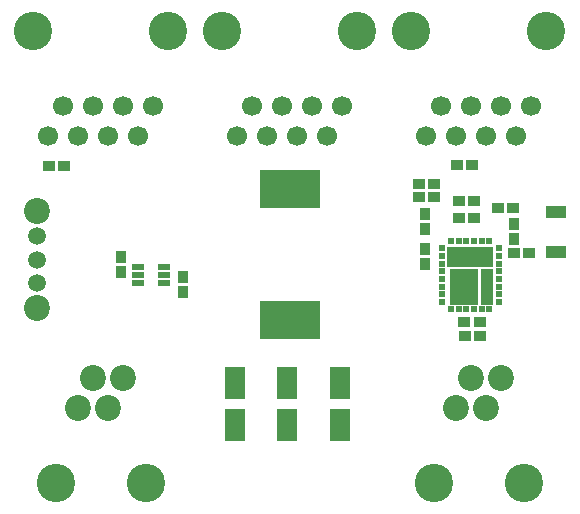
<source format=gbr>
G04 DipTrace 3.0.0.0*
G04 TopMask.gbr*
%MOIN*%
G04 #@! TF.FileFunction,Soldermask,Top*
G04 #@! TF.Part,Single*
%ADD26R,0.023622X0.019685*%
%ADD40C,0.059055*%
%ADD43C,0.127953*%
%ADD47C,0.086614*%
%ADD48C,0.066929*%
%ADD49R,0.043307X0.023622*%
%ADD50R,0.204724X0.129921*%
%ADD51R,0.070866X0.03937*%
%ADD52R,0.070866X0.110236*%
%ADD53R,0.035433X0.043307*%
%ADD54R,0.043307X0.035433*%
%ADD55R,0.043307X0.119291*%
%ADD56R,0.094488X0.119291*%
%ADD57R,0.153543X0.070866*%
%ADD58R,0.019685X0.023622*%
%FSLAX26Y26*%
G04*
G70*
G90*
G75*
G01*
G04 TopMask*
%LPD*%
D26*
X1867290Y1465192D3*
Y1439601D3*
Y1414010D3*
Y1388420D3*
Y1362829D3*
Y1337239D3*
Y1311648D3*
Y1286058D3*
D58*
X1897802Y1261451D3*
X1923392D3*
X1948983D3*
X1974573D3*
X2000164D3*
X2025755D3*
D26*
X2056266Y1286058D3*
Y1311648D3*
Y1337239D3*
Y1362829D3*
Y1388420D3*
Y1414010D3*
Y1439601D3*
Y1465192D3*
D58*
X2025755Y1489798D3*
X2000164D3*
X1974573D3*
X1948983D3*
X1923392D3*
X1897802D3*
D57*
X1961778Y1436648D3*
D56*
X1942093Y1335664D3*
D55*
X2016896D3*
D54*
X2108268Y1448608D3*
X2159449D3*
D53*
X1811024Y1464386D3*
Y1413205D3*
D54*
X1942602Y1219366D3*
X1993783D3*
X1942913Y1172110D3*
X1994094D3*
D53*
X2106299Y1547648D3*
Y1496467D3*
D54*
X1842285Y1677944D3*
X1791104D3*
D52*
X1528052Y1017591D3*
Y875858D3*
X1176543Y1017591D3*
Y875858D3*
X1352017Y1017591D3*
Y875858D3*
D51*
X2247618Y1452996D3*
Y1586854D3*
D50*
X1361888Y1662978D3*
Y1225970D3*
D49*
X940550Y1350403D3*
Y1375993D3*
Y1401584D3*
X853936D3*
Y1375993D3*
Y1350403D3*
D54*
X558228Y1740920D3*
X609409D3*
X1923228Y1623801D3*
X1974409D3*
Y1565378D3*
X1923228D3*
X2106087Y1598755D3*
X2054906D3*
X1841438Y1636012D3*
X1790257D3*
D53*
X1811024Y1528379D3*
Y1579560D3*
D54*
X1916841Y1744087D3*
X1968022D3*
D53*
X1003446Y1319129D3*
Y1370310D3*
X799274Y1436312D3*
Y1385131D3*
D48*
X2165105Y1939764D3*
X2115105Y1839764D3*
X2065105Y1939764D3*
X2015105Y1839764D3*
X1965105Y1939764D3*
X1915105Y1839764D3*
X1865105Y1939764D3*
X1815105Y1839764D3*
D43*
X2215105Y2189764D3*
X1765105D3*
D48*
X904630Y1939764D3*
X854630Y1839764D3*
X804630Y1939764D3*
X754630Y1839764D3*
X704630Y1939764D3*
X654630Y1839764D3*
X604630Y1939764D3*
X554630Y1839764D3*
D43*
X954630Y2189764D3*
X504630D3*
D48*
X1535241Y1939764D3*
X1485241Y1839764D3*
X1435241Y1939764D3*
X1385241Y1839764D3*
X1335241Y1939764D3*
X1285241Y1839764D3*
X1235241Y1939764D3*
X1185241Y1839764D3*
D43*
X1585241Y2189764D3*
X1135241D3*
D40*
X517999Y1348715D3*
Y1427455D3*
Y1506196D3*
D47*
Y1266038D3*
Y1588873D3*
X654646Y934252D3*
X704646Y1034252D3*
X754646Y934252D3*
X804646Y1034252D3*
D43*
X879665Y684262D3*
X579665Y684261D3*
D47*
X1915118Y934252D3*
X1965118Y1034252D3*
X2015118Y934252D3*
X2065118Y1034252D3*
D43*
X2140138Y684262D3*
X1840138Y684261D3*
M02*

</source>
